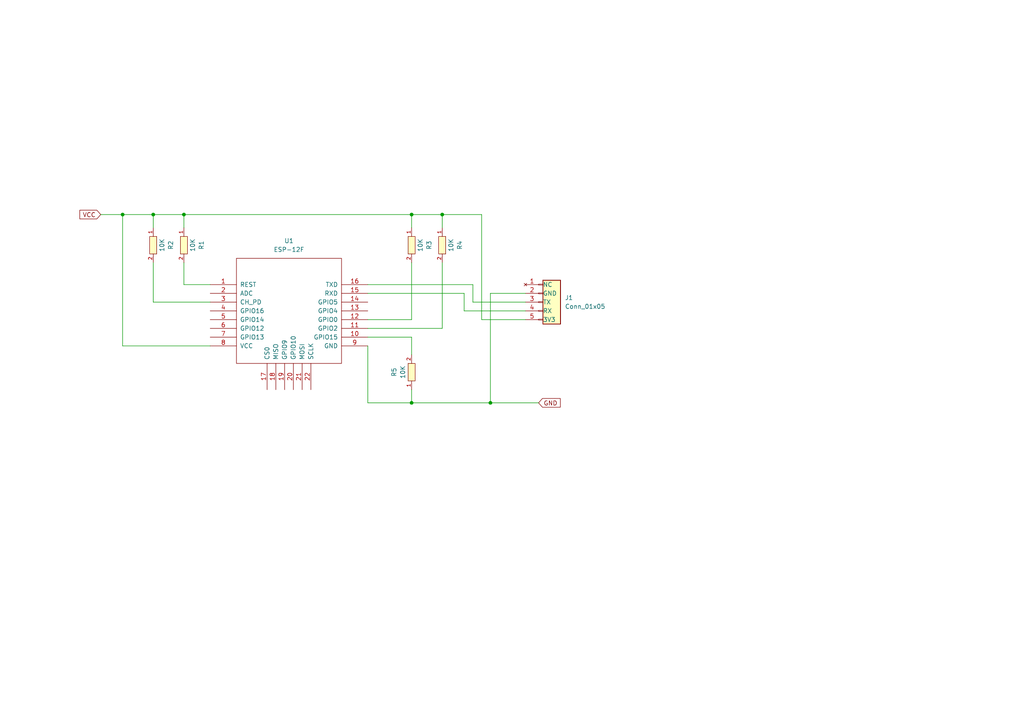
<source format=kicad_sch>
(kicad_sch (version 20230121) (generator eeschema)
  (paper "A4")
  (title_block (title "Zemismart ZM25TQ-TYW ESP8266 Direct Replacement Board") (rev "1"))
  (lib_symbols
    (symbol "Connector_Generic:Conn_01x05" (pin_names (offset 1.24)) (in_bom no)
      (property "Reference" "J1" (at 6.35 1.27 0))
      (property "Value" "Conn_01x05" (at 6.35 -1.27 0))
      (symbol "Conn_01x05_1_1"
        (rectangle (start -1.27 -4.953) (end 0 -5.207) (stroke (width 0.1524)))
        (rectangle (start -1.27 -2.413) (end 0 -2.667) (stroke (width 0.1524)))
        (rectangle (start -1.27 0.127) (end 0 -0.127) (stroke (width 0.1524)))
        (rectangle (start -1.27 2.667) (end 0 2.413) (stroke (width 0.1524)))
        (rectangle (start -1.27 5.207) (end 0 4.953) (stroke (width 0.1524)))
        (rectangle (start 0 6.35) (end 5.08 -6.35) (stroke (width 0.254)) (fill (type background)))
        (pin no_connect line (at -5.08 5.08 0) (length 3.81) (name "NC") (number "1"))
        (pin power_in line (at -5.08 2.54 0) (length 3.81) (name "GND") (number "2"))
        (pin output line (at -5.08 0 0) (length 3.81) (name "TX") (number "3"))
        (pin input line (at -5.08 -2.54 0) (length 3.81) (name "RX") (number "4"))
        (pin power_in line (at -5.08 -5.08 0) (length 3.81) (name "3V3") (number "5"))
      )
    )
    (symbol "ESP8266:ESP-12F" (pin_names (offset 1.016))
      (property "Reference" "U" (at 0 -2.54 0))
      (property "Value" "ESP-12F" (at 0 2.54 0))
      (symbol "ESP-12F_1_0"
        (rectangle (start -15.24 -15.24) (end 15.24 15.24))
      )
      (symbol "ESP-12F_1_1"
        (pin input line (at -22.86 7.62 0) (length 7.62) (name "REST") (number "1"))
        (pin bidirectional line (at 22.86 -7.62 180) (length 7.62) (name "GPIO15") (number "10"))
        (pin bidirectional line (at 22.86 -5.08 180) (length 7.62) (name "GPIO2") (number "11"))
        (pin bidirectional line (at 22.86 -2.54 180) (length 7.62) (name "GPIO0") (number "12"))
        (pin bidirectional line (at 22.86 0 180) (length 7.62) (name "GPIO4") (number "13"))
        (pin bidirectional line (at 22.86 2.54 180) (length 7.62) (name "GPIO5") (number "14"))
        (pin input line (at 22.86 5.08 180) (length 7.62) (name "RXD") (number "15"))
        (pin output line (at 22.86 7.62 180) (length 7.62) (name "TXD") (number "16"))
        (pin bidirectional line (at -6.35 -22.86 90) (length 7.62) (name "CS0") (number "17"))
        (pin bidirectional line (at -3.81 -22.86 90) (length 7.62) (name "MISO") (number "18"))
        (pin bidirectional line (at -1.27 -22.86 90) (length 7.62) (name "GPIO9") (number "19"))
        (pin passive line (at -22.86 5.08 0) (length 7.62) (name "ADC") (number "2"))
        (pin bidirectional line (at 1.27 -22.86 90) (length 7.62) (name "GPIO10") (number "20"))
        (pin bidirectional line (at 3.81 -22.86 90) (length 7.62) (name "MOSI") (number "21"))
        (pin bidirectional line (at 6.35 -22.86 90) (length 7.62) (name "SCLK") (number "22"))
        (pin input line (at -22.86 2.54 0) (length 7.62) (name "CH_PD") (number "3"))
        (pin bidirectional line (at -22.86 0 0) (length 7.62) (name "GPIO16") (number "4"))
        (pin bidirectional line (at -22.86 -2.54 0) (length 7.62) (name "GPIO14") (number "5"))
        (pin bidirectional line (at -22.86 -5.08 0) (length 7.62) (name "GPIO12") (number "6"))
        (pin bidirectional line (at -22.86 -7.62 0) (length 7.62) (name "GPIO13") (number "7"))
        (pin power_in line (at -22.86 -10.16 0) (length 7.62) (name "VCC") (number "8"))
        (pin power_in line (at 22.86 -10.16 180) (length 7.62) (name "GND") (number "9"))
      )
    )
    (symbol "jlcpcb_basic:0402WGF1002TCE" (pin_names hide)
      (property "Reference" "R" (at 0 1.27 0))
      (property "Value" "0402WGF1002TCE" (at 0 -2.54 0))
      (symbol "0402WGF1002TCE_0_1"
        (rectangle (start -2.54 1.016) (end 2.54 -1.016) (fill (type background)))
        (pin input line (at -5.08 0 0) (length 2.54) (name "1") (number "1"))
        (pin input line (at 5.08 0 180) (length 2.54) (name "2") (number "2"))
      )
    )
  )
  (junction (at 53.34 62.23))
  (junction (at 44.45 62.23))
  (junction (at 142.24 116.84))
  (junction (at 35.56 62.23))
  (junction (at 128.27 62.23))
  (junction (at 119.38 62.23))
  (junction (at 119.38 116.84))
  (wire (pts (xy 35.56 100.33) (xy 60.96 100.33)))
  (wire (pts (xy 119.38 113.03) (xy 119.38 116.84)))
  (wire (pts (xy 128.27 62.23) (xy 119.38 62.23)))
  (wire (pts (xy 128.27 62.23) (xy 139.7 62.23)))
  (wire (pts (xy 53.34 62.23) (xy 119.38 62.23)))
  (wire (pts (xy 152.4 85.09) (xy 142.24 85.09)))
  (wire (pts (xy 134.62 85.09) (xy 134.62 90.17)))
  (wire (pts (xy 119.38 97.79) (xy 106.68 97.79)))
  (wire (pts (xy 139.7 92.71) (xy 152.4 92.71)))
  (wire (pts (xy 142.24 85.09) (xy 142.24 116.84)))
  (wire (pts (xy 60.96 87.63) (xy 44.45 87.63)))
  (wire (pts (xy 134.62 90.17) (xy 152.4 90.17)))
  (wire (pts (xy 106.68 116.84) (xy 119.38 116.84)))
  (wire (pts (xy 53.34 62.23) (xy 53.34 66.04)))
  (wire (pts (xy 60.96 82.55) (xy 53.34 82.55)))
  (wire (pts (xy 53.34 82.55) (xy 53.34 76.2)))
  (wire (pts (xy 29.21 62.23) (xy 35.56 62.23)))
  (wire (pts (xy 139.7 62.23) (xy 139.7 92.71)))
  (wire (pts (xy 106.68 85.09) (xy 134.62 85.09)))
  (wire (pts (xy 35.56 62.23) (xy 35.56 100.33)))
  (wire (pts (xy 119.38 116.84) (xy 142.24 116.84)))
  (wire (pts (xy 137.16 82.55) (xy 137.16 87.63)))
  (wire (pts (xy 137.16 87.63) (xy 152.4 87.63)))
  (wire (pts (xy 106.68 92.71) (xy 119.38 92.71)))
  (wire (pts (xy 106.68 82.55) (xy 137.16 82.55)))
  (wire (pts (xy 142.24 116.84) (xy 156.21 116.84)))
  (wire (pts (xy 44.45 87.63) (xy 44.45 76.2)))
  (wire (pts (xy 128.27 95.25) (xy 128.27 76.2)))
  (wire (pts (xy 128.27 62.23) (xy 128.27 66.04)))
  (wire (pts (xy 106.68 95.25) (xy 128.27 95.25)))
  (wire (pts (xy 119.38 92.71) (xy 119.38 76.2)))
  (wire (pts (xy 44.45 62.23) (xy 44.45 66.04)))
  (wire (pts (xy 44.45 62.23) (xy 53.34 62.23)))
  (wire (pts (xy 35.56 62.23) (xy 44.45 62.23)))
  (wire (pts (xy 119.38 62.23) (xy 119.38 66.04)))
  (wire (pts (xy 119.38 102.87) (xy 119.38 97.79)))
  (wire (pts (xy 106.68 100.33) (xy 106.68 116.84)))
  (global_label "GND" (shape input) (at 156.21 116.84 0) (property "Intersheetrefs" "${INTERSHEET_REFS}" (effects hide)))
  (global_label "VCC" (shape input) (at 29.21 62.23 180) (property "Intersheetrefs" "${INTERSHEET_REFS}" (effects hide)))
  (symbol (lib_id "jlcpcb_basic:0402WGF1002TCE") (at 53.34 71.12 270) (unit 1)
    (property "Reference" "R1" (at 58.42 71.12 0))
    (property "Value" "10K" (at 55.88 71.12 0))
    (property "Footprint" "jlcpcb_basic:R0402" (effects hide))
    (property "Datasheet" "https://item.szlcsc.com/323315.html" (effects hide))
    (property "LCSC" "C25744" (effects hide))
  )
  (symbol (lib_id "ESP8266:ESP-12F") (at 83.82 90.17 0) (unit 1) (in_bom no)
    (property "Reference" "U1" (at 83.82 69.85 0))
    (property "Value" "ESP-12F" (at 83.82 72.39 0))
    (property "Footprint" "ESP8266:ESP-12E_SMD" (effects hide))
    (property "Datasheet" "http://l0l.org.uk/2014/12/esp8266-modules-hardware-guide-gotta-catch-em-all/" (effects hide))
  )
  (symbol (lib_id "jlcpcb_basic:0402WGF1002TCE") (at 119.38 71.12 270) (unit 1)
    (property "Reference" "R3" (at 124.46 71.12 0))
    (property "Value" "10K" (at 121.92 71.12 0))
    (property "Footprint" "jlcpcb_basic:R0402" (effects hide))
    (property "Datasheet" "https://item.szlcsc.com/323315.html" (effects hide))
    (property "LCSC" "C25744" (effects hide))
  )
  (symbol (lib_id "jlcpcb_basic:0402WGF1002TCE") (at 44.45 71.12 270) (unit 1)
    (property "Reference" "R2" (at 49.53 71.12 0))
    (property "Value" "10K" (at 46.99 71.12 0))
    (property "Footprint" "jlcpcb_basic:R0402" (effects hide))
    (property "Datasheet" "https://item.szlcsc.com/323315.html" (effects hide))
    (property "LCSC" "C25744" (effects hide))
  )
  (symbol (lib_id "jlcpcb_basic:0402WGF1002TCE") (at 119.38 107.95 90) (unit 1)
    (property "Reference" "R5" (at 114.3 107.95 0))
    (property "Value" "10K" (at 116.84 107.95 0))
    (property "Footprint" "jlcpcb_basic:R0402" (effects hide))
    (property "Datasheet" "https://item.szlcsc.com/323315.html" (effects hide))
    (property "LCSC" "C25744" (effects hide))
  )
  (symbol (lib_id "jlcpcb_basic:0402WGF1002TCE") (at 128.27 71.12 270) (unit 1)
    (property "Reference" "R4" (at 133.35 71.12 0))
    (property "Value" "10K" (at 130.81 71.12 0))
    (property "Footprint" "jlcpcb_basic:R0402" (effects hide))
    (property "Datasheet" "https://item.szlcsc.com/323315.html" (effects hide))
    (property "LCSC" "C25744" (effects hide))
  )
  (symbol (lib_id "Connector_Generic:Conn_01x05") (at 157.48 87.63 0) (unit 1) (in_bom no)
    (property "Reference" "J1" (at 163.83 86.36 0) (effects (justify left)))
    (property "Value" "Conn_01x05" (at 163.83 88.9 0) (effects (justify left)))
    (property "Footprint" "Connector_JST:JST_PH_B5B-PH-K_1x05_P2.00mm_Vertical" (effects hide))
  )
)
</source>
